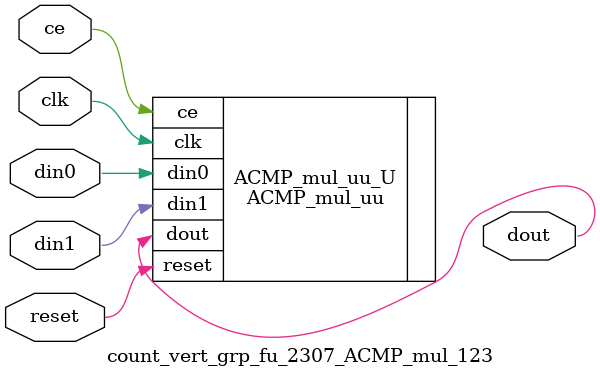
<source format=v>

`timescale 1 ns / 1 ps
module count_vert_grp_fu_2307_ACMP_mul_123(
    clk,
    reset,
    ce,
    din0,
    din1,
    dout);

parameter ID = 32'd1;
parameter NUM_STAGE = 32'd1;
parameter din0_WIDTH = 32'd1;
parameter din1_WIDTH = 32'd1;
parameter dout_WIDTH = 32'd1;
input clk;
input reset;
input ce;
input[din0_WIDTH - 1:0] din0;
input[din1_WIDTH - 1:0] din1;
output[dout_WIDTH - 1:0] dout;



ACMP_mul_uu #(
.ID( ID ),
.NUM_STAGE( 3 ),
.din0_WIDTH( din0_WIDTH ),
.din1_WIDTH( din1_WIDTH ),
.dout_WIDTH( dout_WIDTH ))
ACMP_mul_uu_U(
    .clk( clk ),
    .reset( reset ),
    .ce( ce ),
    .din0( din0 ),
    .din1( din1 ),
    .dout( dout ));

endmodule

</source>
